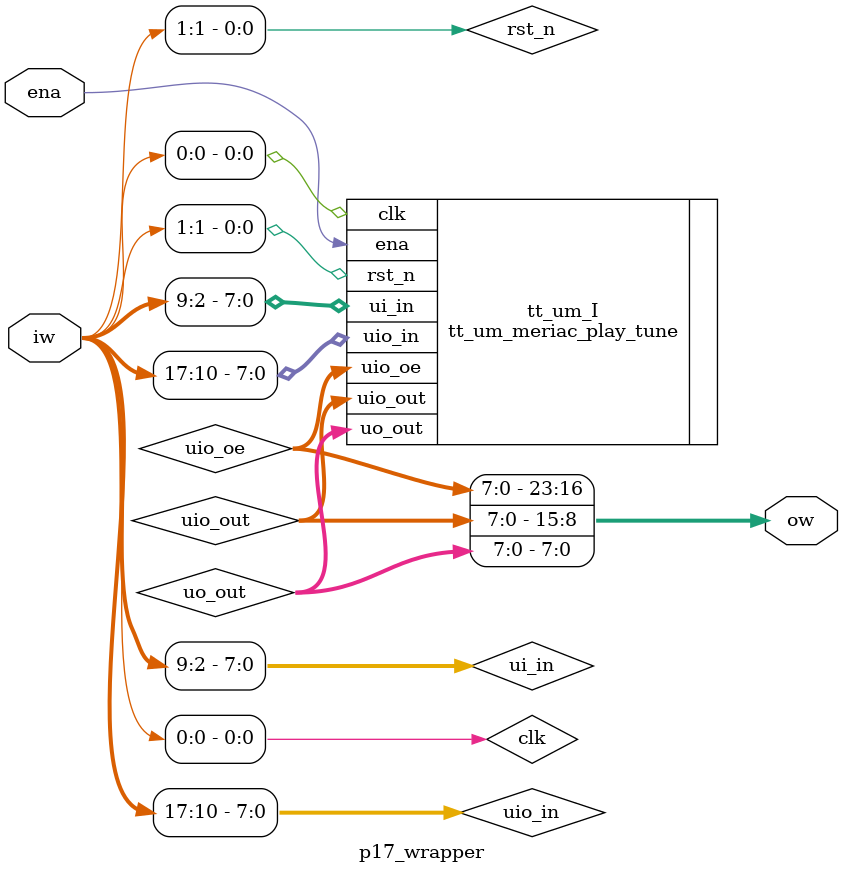
<source format=v>
`default_nettype none

module p17_wrapper (
  input wire ena,
  input wire [17:0] iw,
  output wire [23:0] ow
);

wire [7:0] uio_in;
wire [7:0] uio_out;
wire [7:0] uio_oe;
wire [7:0] uo_out;
wire [7:0] ui_in;
wire clk;
wire rst_n;

assign { uio_in, ui_in, rst_n, clk} = iw;
assign ow = { uio_oe, uio_out, uo_out };

tt_um_meriac_play_tune tt_um_I (
  .uio_in  (uio_in),
  .uio_out (uio_out),
  .uio_oe  (uio_oe),
  .uo_out  (uo_out),
  .ui_in   (ui_in),
  .ena     (ena),
  .clk     (clk),
  .rst_n   (rst_n)
);

endmodule

</source>
